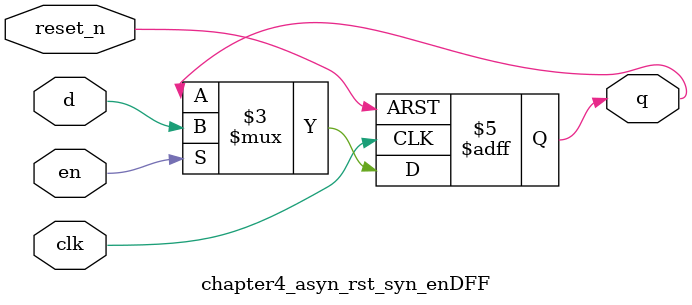
<source format=v>
module chapter4_asyn_rst_syn_enDFF(
    input clk,
    input reset_n,
    input en,
    input d,
    output reg q
    );
    always @(posedge clk or negedge reset_n) begin
    if(!reset_n)
        q<=0;
    else if(en)
        q<=d;

    end
endmodule

</source>
